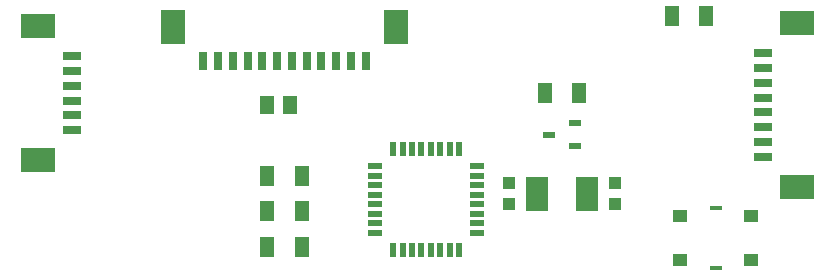
<source format=gbr>
G04 EAGLE Gerber X2 export*
%TF.Part,Single*%
%TF.FileFunction,Paste,Top*%
%TF.FilePolarity,Positive*%
%TF.GenerationSoftware,Autodesk,EAGLE,9.1.0*%
%TF.CreationDate,2020-06-23T23:40:25Z*%
G75*
%MOMM*%
%FSLAX34Y34*%
%LPD*%
%AMOC8*
5,1,8,0,0,1.08239X$1,22.5*%
G01*
%ADD10R,1.300000X1.600000*%
%ADD11R,1.080000X1.050000*%
%ADD12R,1.270000X0.558800*%
%ADD13R,0.558800X1.270000*%
%ADD14R,1.050000X0.600000*%
%ADD15R,1.950000X2.950000*%
%ADD16R,1.600000X0.800000*%
%ADD17R,3.000000X2.100000*%
%ADD18R,0.800000X1.600000*%
%ADD19R,2.100000X3.000000*%
%ADD20R,1.160000X1.680000*%
%ADD21R,1.200000X1.100000*%
%ADD22R,1.000000X0.450000*%


D10*
X285000Y170000D03*
X305000Y170000D03*
D11*
X580000Y103750D03*
X580000Y86250D03*
X490000Y103750D03*
X490000Y86250D03*
D12*
X462926Y62000D03*
X462926Y70000D03*
X462926Y78000D03*
X462926Y86000D03*
X462926Y94000D03*
X462926Y102000D03*
X462926Y110000D03*
X462926Y118000D03*
D13*
X448000Y132926D03*
X440000Y132926D03*
X432000Y132926D03*
X424000Y132926D03*
X416000Y132926D03*
X408000Y132926D03*
X400000Y132926D03*
X392000Y132926D03*
D12*
X377074Y118000D03*
X377074Y110000D03*
X377074Y102000D03*
X377074Y94000D03*
X377074Y86000D03*
X377074Y78000D03*
X377074Y70000D03*
X377074Y62000D03*
D13*
X392000Y47074D03*
X400000Y47074D03*
X408000Y47074D03*
X416000Y47074D03*
X424000Y47074D03*
X432000Y47074D03*
X440000Y47074D03*
X448000Y47074D03*
D14*
X546000Y135500D03*
X546000Y154500D03*
X524000Y145000D03*
D15*
X513500Y95000D03*
X556500Y95000D03*
D16*
X704960Y126250D03*
X704960Y138750D03*
X704960Y151250D03*
X704960Y163750D03*
X704960Y176250D03*
X704960Y188750D03*
X704960Y201250D03*
X704960Y213750D03*
D17*
X733960Y239250D03*
X733960Y100750D03*
D18*
X368750Y207000D03*
X356250Y207000D03*
X343750Y207000D03*
X331250Y207000D03*
X318750Y207000D03*
X306250Y207000D03*
X293750Y207000D03*
X281250Y207000D03*
X268750Y207000D03*
X256250Y207000D03*
X243750Y207000D03*
X231250Y207000D03*
D19*
X394250Y236000D03*
X205750Y236000D03*
D16*
X120000Y211250D03*
X120000Y198750D03*
X120000Y186250D03*
X120000Y173750D03*
X120000Y161250D03*
X120000Y148750D03*
D17*
X91000Y236750D03*
X91000Y123250D03*
D20*
X285250Y50000D03*
X314750Y50000D03*
X549750Y180000D03*
X520250Y180000D03*
X657250Y245000D03*
X627750Y245000D03*
X314750Y110000D03*
X285250Y110000D03*
X285250Y80000D03*
X314750Y80000D03*
D21*
X695000Y76000D03*
X695000Y39000D03*
X635000Y76000D03*
X635000Y39000D03*
D22*
X665000Y82750D03*
X665000Y32250D03*
M02*

</source>
